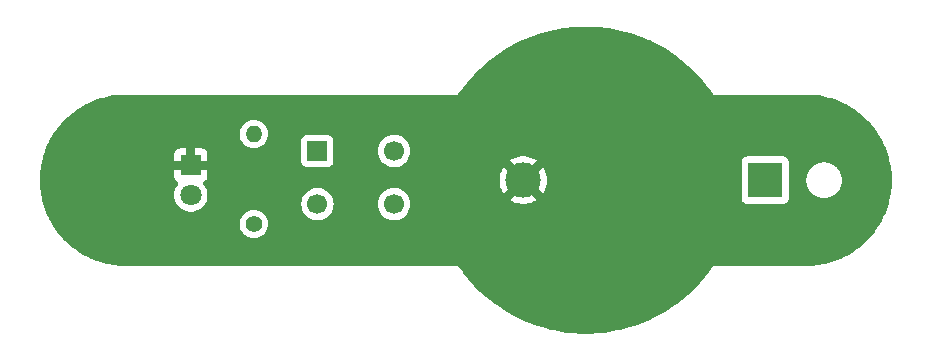
<source format=gbr>
%TF.GenerationSoftware,KiCad,Pcbnew,7.0.7*%
%TF.CreationDate,2023-12-09T08:55:25-03:00*%
%TF.ProjectId,led_torch,6c65645f-746f-4726-9368-2e6b69636164,A*%
%TF.SameCoordinates,Original*%
%TF.FileFunction,Copper,L1,Top*%
%TF.FilePolarity,Positive*%
%FSLAX46Y46*%
G04 Gerber Fmt 4.6, Leading zero omitted, Abs format (unit mm)*
G04 Created by KiCad (PCBNEW 7.0.7) date 2023-12-09 08:55:25*
%MOMM*%
%LPD*%
G01*
G04 APERTURE LIST*
%TA.AperFunction,ComponentPad*%
%ADD10R,1.700000X1.700000*%
%TD*%
%TA.AperFunction,ComponentPad*%
%ADD11C,1.700000*%
%TD*%
%TA.AperFunction,ComponentPad*%
%ADD12C,1.400000*%
%TD*%
%TA.AperFunction,ComponentPad*%
%ADD13O,1.400000X1.400000*%
%TD*%
%TA.AperFunction,ComponentPad*%
%ADD14R,1.800000X1.800000*%
%TD*%
%TA.AperFunction,ComponentPad*%
%ADD15C,1.800000*%
%TD*%
%TA.AperFunction,ComponentPad*%
%ADD16R,3.000000X3.000000*%
%TD*%
%TA.AperFunction,ComponentPad*%
%ADD17C,3.000000*%
%TD*%
G04 APERTURE END LIST*
D10*
%TO.P,SW1,1,1*%
%TO.N,/VCC*%
X130378676Y-101183148D03*
D11*
X136878676Y-101183148D03*
%TO.P,SW1,2,2*%
%TO.N,/SW*%
X130378676Y-105683148D03*
X136878676Y-105683148D03*
%TD*%
D12*
%TO.P,R1,1*%
%TO.N,/SW*%
X125003676Y-107368148D03*
D13*
%TO.P,R1,2*%
%TO.N,/ANODE*%
X125003676Y-99748148D03*
%TD*%
D14*
%TO.P,D1,1,K*%
%TO.N,/GND*%
X119653676Y-102383148D03*
D15*
%TO.P,D1,2,A*%
%TO.N,/ANODE*%
X119653676Y-104923148D03*
%TD*%
D16*
%TO.P,BT1,1,+*%
%TO.N,/VCC*%
X168303677Y-103658148D03*
D17*
%TO.P,BT1,2,-*%
%TO.N,/GND*%
X147813677Y-103658148D03*
%TD*%
%TA.AperFunction,Conductor*%
%TO.N,/GND*%
G36*
X153271835Y-90656550D02*
G01*
X153277108Y-90656693D01*
X153651513Y-90666905D01*
X153988376Y-90685800D01*
X154367063Y-90716803D01*
X154702120Y-90754491D01*
X155078803Y-90806081D01*
X155410939Y-90862406D01*
X155784550Y-90934465D01*
X156112670Y-91009205D01*
X156466879Y-91097749D01*
X156482205Y-91101580D01*
X156805127Y-91194417D01*
X156856346Y-91210225D01*
X157169641Y-91306925D01*
X157486134Y-91417429D01*
X157844688Y-91549857D01*
X158122525Y-91664679D01*
X158153718Y-91677570D01*
X158505366Y-91829664D01*
X158805658Y-91973933D01*
X159149663Y-92145504D01*
X159440002Y-92305571D01*
X159775547Y-92496385D01*
X160049306Y-92667952D01*
X160054824Y-92671410D01*
X160381164Y-92881269D01*
X160646732Y-93069182D01*
X160647946Y-93070041D01*
X160870308Y-93230779D01*
X160962302Y-93297279D01*
X160966910Y-93300773D01*
X161194778Y-93481963D01*
X161217438Y-93499981D01*
X161521912Y-93746364D01*
X161526486Y-93750248D01*
X161761168Y-93959324D01*
X161976042Y-94153463D01*
X162055937Y-94225649D01*
X162060417Y-94229902D01*
X162276614Y-94445379D01*
X162322931Y-94492047D01*
X162562696Y-94733630D01*
X162567083Y-94738279D01*
X162759976Y-94953350D01*
X163040725Y-95268839D01*
X163044976Y-95273874D01*
X163201663Y-95469585D01*
X163488508Y-95829588D01*
X163492593Y-95835007D01*
X163527466Y-95883944D01*
X163884975Y-96386467D01*
X163897134Y-96408380D01*
X163897898Y-96409303D01*
X163901739Y-96410048D01*
X163901740Y-96410050D01*
X163901741Y-96410049D01*
X163928294Y-96415206D01*
X163928757Y-96415012D01*
X163979598Y-96409843D01*
X171778676Y-96408648D01*
X172303236Y-96427818D01*
X172312430Y-96428490D01*
X172680570Y-96468997D01*
X172835435Y-96486446D01*
X172844200Y-96487747D01*
X173169626Y-96547856D01*
X173362242Y-96584302D01*
X173370665Y-96586197D01*
X173674259Y-96665566D01*
X173880352Y-96720789D01*
X173888429Y-96723246D01*
X174176429Y-96821498D01*
X174386973Y-96895170D01*
X174394632Y-96898134D01*
X174588979Y-96980723D01*
X174669281Y-97014848D01*
X174879273Y-97106466D01*
X174886490Y-97109890D01*
X175072528Y-97205539D01*
X175148376Y-97244536D01*
X175354619Y-97353538D01*
X175361390Y-97357388D01*
X175532046Y-97461538D01*
X175610274Y-97509280D01*
X175810420Y-97635041D01*
X175816725Y-97639271D01*
X176052059Y-97807638D01*
X176052489Y-97807955D01*
X176244181Y-97949430D01*
X176249949Y-97953952D01*
X176403042Y-98081357D01*
X176471113Y-98138006D01*
X176653499Y-98294962D01*
X176658774Y-98299768D01*
X176864984Y-98498579D01*
X177036170Y-98669765D01*
X177040935Y-98674799D01*
X177231416Y-98887388D01*
X177390111Y-99071795D01*
X177394353Y-99076997D01*
X177568330Y-99302305D01*
X177713378Y-99498838D01*
X177717078Y-99504129D01*
X177862845Y-99724457D01*
X177873833Y-99741065D01*
X178004200Y-99948543D01*
X178007402Y-99953930D01*
X178016357Y-99969885D01*
X178146205Y-100201250D01*
X178261036Y-100418523D01*
X178263735Y-100423938D01*
X178383943Y-100680364D01*
X178482451Y-100906147D01*
X178484659Y-100911544D01*
X178585723Y-101175785D01*
X178668171Y-101411406D01*
X178750431Y-101684828D01*
X178815112Y-101926221D01*
X178877145Y-102204698D01*
X178923642Y-102450441D01*
X178965161Y-102732553D01*
X178993177Y-102981203D01*
X179013987Y-103265530D01*
X179023345Y-103515619D01*
X179023345Y-103800680D01*
X179013987Y-104050769D01*
X178993177Y-104335096D01*
X178965161Y-104583746D01*
X178923642Y-104865858D01*
X178877145Y-105111601D01*
X178815112Y-105390078D01*
X178750431Y-105631471D01*
X178668171Y-105904893D01*
X178585723Y-106140514D01*
X178484659Y-106404754D01*
X178482451Y-106410151D01*
X178383943Y-106635935D01*
X178263735Y-106892360D01*
X178261036Y-106897775D01*
X178146205Y-107115049D01*
X178007404Y-107362364D01*
X178004201Y-107367755D01*
X177873833Y-107575234D01*
X177717099Y-107812139D01*
X177713379Y-107817460D01*
X177568330Y-108013994D01*
X177394352Y-108239301D01*
X177390111Y-108244503D01*
X177231416Y-108428911D01*
X177040935Y-108641499D01*
X177036170Y-108646533D01*
X176864984Y-108817720D01*
X176658774Y-109016530D01*
X176653488Y-109021346D01*
X176471120Y-109178287D01*
X176249969Y-109362330D01*
X176244167Y-109366878D01*
X176052059Y-109508661D01*
X175816725Y-109677027D01*
X175810421Y-109681257D01*
X175610274Y-109807019D01*
X175361410Y-109958898D01*
X175354619Y-109962760D01*
X175148376Y-110071762D01*
X174886516Y-110206395D01*
X174879259Y-110209839D01*
X174669281Y-110301451D01*
X174394651Y-110418156D01*
X174386955Y-110421135D01*
X174176436Y-110494799D01*
X173888437Y-110593049D01*
X173880331Y-110595515D01*
X173674179Y-110650753D01*
X173370709Y-110730091D01*
X173362228Y-110731999D01*
X173169429Y-110768479D01*
X172844221Y-110828547D01*
X172835405Y-110829856D01*
X172680535Y-110847306D01*
X172312453Y-110887807D01*
X172303234Y-110888481D01*
X171778775Y-110907648D01*
X163979270Y-110906451D01*
X163940423Y-110898717D01*
X163898292Y-110906917D01*
X163896387Y-110909235D01*
X163884935Y-110929887D01*
X163529411Y-111429621D01*
X163492559Y-111481332D01*
X163488476Y-111486748D01*
X163202416Y-111845768D01*
X163044941Y-112042462D01*
X163040690Y-112047497D01*
X162760477Y-112362384D01*
X162567054Y-112578047D01*
X162562666Y-112582697D01*
X162276960Y-112870570D01*
X162060374Y-113086434D01*
X162055880Y-113090699D01*
X161761486Y-113356689D01*
X161526428Y-113566095D01*
X161521856Y-113569978D01*
X161217698Y-113816107D01*
X160966887Y-114015540D01*
X160962264Y-114019046D01*
X160648159Y-114246103D01*
X160381104Y-114435068D01*
X160055008Y-114644770D01*
X159775492Y-114819944D01*
X159440223Y-115010601D01*
X159149582Y-115170835D01*
X158805845Y-115342271D01*
X158505313Y-115486657D01*
X158153849Y-115638671D01*
X157844628Y-115766463D01*
X157486311Y-115898804D01*
X157169542Y-116009403D01*
X156805270Y-116121837D01*
X156482124Y-116214739D01*
X156112836Y-116307052D01*
X155784453Y-116381852D01*
X155411110Y-116453859D01*
X155078696Y-116510232D01*
X154702271Y-116561787D01*
X154366938Y-116599505D01*
X153988508Y-116630488D01*
X153651388Y-116649397D01*
X153271945Y-116659745D01*
X152934255Y-116659765D01*
X152554795Y-116649458D01*
X152217690Y-116630587D01*
X151839249Y-116599646D01*
X151503907Y-116561965D01*
X151127486Y-116510454D01*
X150795075Y-116454120D01*
X150421685Y-116382147D01*
X150093352Y-116307396D01*
X149724013Y-116215115D01*
X149400861Y-116122251D01*
X149036583Y-116009860D01*
X148719802Y-115899296D01*
X148361469Y-115766994D01*
X148052215Y-115639230D01*
X147700758Y-115487265D01*
X147400173Y-115342896D01*
X147056461Y-115171519D01*
X146852106Y-115058887D01*
X146765731Y-115011280D01*
X146764537Y-115010601D01*
X146430500Y-114820693D01*
X146429304Y-114819944D01*
X146150950Y-114645540D01*
X145824843Y-114435883D01*
X145557735Y-114246925D01*
X145243648Y-114019935D01*
X145239024Y-114016429D01*
X144988176Y-113817012D01*
X144683983Y-113570914D01*
X144679409Y-113567030D01*
X144444339Y-113357657D01*
X144149927Y-113091712D01*
X144145432Y-113087448D01*
X143928728Y-112871513D01*
X143643075Y-112583759D01*
X143638687Y-112579110D01*
X143637733Y-112578047D01*
X143445147Y-112363365D01*
X143164993Y-112048616D01*
X143160742Y-112043582D01*
X143120682Y-111993557D01*
X143003191Y-111846838D01*
X142856561Y-111662854D01*
X142717139Y-111487912D01*
X142713054Y-111482494D01*
X142676006Y-111430518D01*
X142320956Y-110931570D01*
X142309350Y-110910537D01*
X142307398Y-110908159D01*
X142277388Y-110902257D01*
X142276374Y-110902680D01*
X142226482Y-110907648D01*
X114128676Y-110907648D01*
X113604118Y-110888476D01*
X113594900Y-110887802D01*
X113223775Y-110846966D01*
X113072056Y-110829871D01*
X113063240Y-110828562D01*
X112735951Y-110768109D01*
X112545255Y-110732027D01*
X112536774Y-110730119D01*
X112231864Y-110650405D01*
X112027126Y-110595546D01*
X112019020Y-110593080D01*
X111729983Y-110494474D01*
X111650091Y-110466518D01*
X111520498Y-110421172D01*
X111512820Y-110418200D01*
X111237340Y-110301134D01*
X111028202Y-110209887D01*
X111020946Y-110206443D01*
X110758377Y-110071448D01*
X110552841Y-109962817D01*
X110546050Y-109958956D01*
X110296577Y-109806705D01*
X110097044Y-109681330D01*
X110090749Y-109677106D01*
X109854863Y-109508344D01*
X109663296Y-109366960D01*
X109657495Y-109362412D01*
X109435874Y-109177977D01*
X109253970Y-109021436D01*
X109248684Y-109016620D01*
X109042050Y-108817401D01*
X108871291Y-108646642D01*
X108866538Y-108641622D01*
X108720231Y-108478333D01*
X108675669Y-108428599D01*
X108661242Y-108411834D01*
X108517323Y-108244598D01*
X108513141Y-108239469D01*
X108338800Y-108013690D01*
X108310025Y-107974702D01*
X108194055Y-107817567D01*
X108190374Y-107812303D01*
X108083224Y-107650346D01*
X108033343Y-107574949D01*
X107983343Y-107495376D01*
X107903403Y-107368151D01*
X123790560Y-107368151D01*
X123808988Y-107578793D01*
X123808990Y-107578803D01*
X123863719Y-107783057D01*
X123953084Y-107974702D01*
X123953087Y-107974706D01*
X124074375Y-108147924D01*
X124223900Y-108297449D01*
X124397118Y-108418737D01*
X124397121Y-108418739D01*
X124505042Y-108469063D01*
X124588766Y-108508104D01*
X124793021Y-108562834D01*
X124793028Y-108562834D01*
X124793030Y-108562835D01*
X125003673Y-108581264D01*
X125003676Y-108581264D01*
X125003679Y-108581264D01*
X125214321Y-108562835D01*
X125214322Y-108562834D01*
X125214331Y-108562834D01*
X125418586Y-108508104D01*
X125610234Y-108418737D01*
X125783452Y-108297449D01*
X125932977Y-108147924D01*
X126054265Y-107974706D01*
X126143632Y-107783058D01*
X126198362Y-107578803D01*
X126216792Y-107368148D01*
X126216766Y-107367854D01*
X126198363Y-107157502D01*
X126198362Y-107157500D01*
X126198362Y-107157493D01*
X126143632Y-106953238D01*
X126133490Y-106931488D01*
X126054267Y-106761593D01*
X126001369Y-106686047D01*
X125932977Y-106588372D01*
X125783452Y-106438847D01*
X125610234Y-106317559D01*
X125610230Y-106317556D01*
X125418584Y-106228191D01*
X125418585Y-106228191D01*
X125214331Y-106173462D01*
X125214321Y-106173460D01*
X125003679Y-106155032D01*
X125003673Y-106155032D01*
X124793030Y-106173460D01*
X124793020Y-106173462D01*
X124588766Y-106228191D01*
X124397121Y-106317556D01*
X124223898Y-106438848D01*
X124074376Y-106588370D01*
X123953084Y-106761593D01*
X123863719Y-106953238D01*
X123808990Y-107157492D01*
X123808988Y-107157502D01*
X123790560Y-107368144D01*
X123790560Y-107368151D01*
X107903403Y-107368151D01*
X107903216Y-107367854D01*
X107900039Y-107362508D01*
X107784979Y-107157493D01*
X107761000Y-107114766D01*
X107691266Y-106982823D01*
X107646390Y-106897915D01*
X107643697Y-106892509D01*
X107523289Y-106635655D01*
X107502659Y-106588370D01*
X107424973Y-106410312D01*
X107422769Y-106404924D01*
X107394743Y-106331648D01*
X107321534Y-106140236D01*
X107309674Y-106106342D01*
X107239243Y-105905060D01*
X107156854Y-105631209D01*
X107147372Y-105595823D01*
X107092292Y-105390260D01*
X107030162Y-105111354D01*
X106994552Y-104923148D01*
X118240349Y-104923148D01*
X118242262Y-104946231D01*
X118259624Y-105155771D01*
X118259625Y-105155777D01*
X118315966Y-105378262D01*
X118316927Y-105382055D01*
X118410692Y-105595817D01*
X118410695Y-105595823D01*
X118467747Y-105683147D01*
X118538362Y-105791231D01*
X118696456Y-105962966D01*
X118696460Y-105962969D01*
X118696462Y-105962971D01*
X118880657Y-106106337D01*
X118880666Y-106106342D01*
X118943323Y-106140250D01*
X119085949Y-106217435D01*
X119306725Y-106293228D01*
X119306729Y-106293228D01*
X119306730Y-106293229D01*
X119536960Y-106331648D01*
X119536964Y-106331648D01*
X119770391Y-106331648D01*
X120000621Y-106293229D01*
X120000620Y-106293229D01*
X120000627Y-106293228D01*
X120221403Y-106217435D01*
X120426693Y-106106338D01*
X120610896Y-105962966D01*
X120768990Y-105791231D01*
X120839605Y-105683147D01*
X129015520Y-105683147D01*
X129034111Y-105907513D01*
X129034112Y-105907518D01*
X129089379Y-106125760D01*
X129089382Y-106125768D01*
X129179814Y-106331937D01*
X129302954Y-106520417D01*
X129455429Y-106686047D01*
X129455431Y-106686049D01*
X129455436Y-106686054D01*
X129633100Y-106824337D01*
X129831102Y-106931490D01*
X130044041Y-107004592D01*
X130265294Y-107041512D01*
X130266101Y-107041647D01*
X130266104Y-107041648D01*
X130266107Y-107041648D01*
X130491248Y-107041648D01*
X130491249Y-107041647D01*
X130713311Y-107004592D01*
X130926250Y-106931490D01*
X131124252Y-106824337D01*
X131301916Y-106686054D01*
X131454398Y-106520416D01*
X131577536Y-106331939D01*
X131667972Y-106125764D01*
X131723240Y-105907516D01*
X131741832Y-105683148D01*
X131741832Y-105683147D01*
X135515520Y-105683147D01*
X135534111Y-105907513D01*
X135534112Y-105907518D01*
X135589379Y-106125760D01*
X135589382Y-106125768D01*
X135679814Y-106331937D01*
X135802954Y-106520417D01*
X135955429Y-106686047D01*
X135955431Y-106686049D01*
X135955436Y-106686054D01*
X136133100Y-106824337D01*
X136331102Y-106931490D01*
X136544041Y-107004592D01*
X136765294Y-107041512D01*
X136766101Y-107041647D01*
X136766104Y-107041648D01*
X136766107Y-107041648D01*
X136991248Y-107041648D01*
X136991249Y-107041647D01*
X137213311Y-107004592D01*
X137426250Y-106931490D01*
X137624252Y-106824337D01*
X137801916Y-106686054D01*
X137954398Y-106520416D01*
X138077536Y-106331939D01*
X138167972Y-106125764D01*
X138223240Y-105907516D01*
X138241832Y-105683148D01*
X138223240Y-105458780D01*
X138167972Y-105240532D01*
X138094995Y-105074160D01*
X138077537Y-105034358D01*
X137954397Y-104845878D01*
X137801922Y-104680248D01*
X137801919Y-104680245D01*
X137801916Y-104680242D01*
X137624252Y-104541959D01*
X137426250Y-104434806D01*
X137213311Y-104361704D01*
X137213310Y-104361703D01*
X137213308Y-104361703D01*
X136991249Y-104324648D01*
X136991245Y-104324648D01*
X136766107Y-104324648D01*
X136766103Y-104324648D01*
X136544043Y-104361703D01*
X136502092Y-104376105D01*
X136331102Y-104434806D01*
X136331100Y-104434806D01*
X136331100Y-104434807D01*
X136133099Y-104541959D01*
X135955437Y-104680241D01*
X135955429Y-104680248D01*
X135802954Y-104845878D01*
X135679814Y-105034358D01*
X135589382Y-105240527D01*
X135589379Y-105240535D01*
X135534112Y-105458777D01*
X135534111Y-105458782D01*
X135515520Y-105683147D01*
X131741832Y-105683147D01*
X131723240Y-105458780D01*
X131667972Y-105240532D01*
X131594995Y-105074160D01*
X131577537Y-105034358D01*
X131454397Y-104845878D01*
X131301922Y-104680248D01*
X131301919Y-104680245D01*
X131301916Y-104680242D01*
X131124252Y-104541959D01*
X130926250Y-104434806D01*
X130713311Y-104361704D01*
X130713310Y-104361703D01*
X130713308Y-104361703D01*
X130491249Y-104324648D01*
X130491245Y-104324648D01*
X130266107Y-104324648D01*
X130266103Y-104324648D01*
X130044043Y-104361703D01*
X130002092Y-104376105D01*
X129831102Y-104434806D01*
X129831100Y-104434806D01*
X129831100Y-104434807D01*
X129633099Y-104541959D01*
X129455437Y-104680241D01*
X129455429Y-104680248D01*
X129302954Y-104845878D01*
X129179814Y-105034358D01*
X129089382Y-105240527D01*
X129089379Y-105240535D01*
X129034112Y-105458777D01*
X129034111Y-105458782D01*
X129015520Y-105683147D01*
X120839605Y-105683147D01*
X120896660Y-105595817D01*
X120990425Y-105382055D01*
X121047727Y-105155774D01*
X121067003Y-104923148D01*
X121066698Y-104919472D01*
X121053597Y-104761366D01*
X121047727Y-104690522D01*
X120990425Y-104464241D01*
X120896660Y-104250479D01*
X120768990Y-104055065D01*
X120768989Y-104055064D01*
X120767819Y-104053273D01*
X120730987Y-103961687D01*
X120732007Y-103862976D01*
X120770724Y-103772170D01*
X120828005Y-103712358D01*
X120900417Y-103658151D01*
X145800985Y-103658151D01*
X145819731Y-103932213D01*
X145819731Y-103932216D01*
X145875619Y-104201160D01*
X145875620Y-104201165D01*
X145967611Y-104460002D01*
X146093994Y-104703909D01*
X146149899Y-104783109D01*
X146840730Y-104092278D01*
X146922809Y-104037435D01*
X147019628Y-104018176D01*
X147116447Y-104037434D01*
X147198526Y-104092278D01*
X147222560Y-104120088D01*
X147264433Y-104176333D01*
X147325511Y-104227584D01*
X147362793Y-104258868D01*
X147424581Y-104335855D01*
X147452203Y-104430627D01*
X147441456Y-104528756D01*
X147393974Y-104615303D01*
X147379064Y-104631574D01*
X146687313Y-105323325D01*
X146887703Y-105445184D01*
X146887707Y-105445186D01*
X147139651Y-105554623D01*
X147139669Y-105554629D01*
X147404181Y-105628742D01*
X147404183Y-105628743D01*
X147676330Y-105666147D01*
X147676332Y-105666148D01*
X147951022Y-105666148D01*
X147951023Y-105666147D01*
X148223170Y-105628743D01*
X148223172Y-105628742D01*
X148487684Y-105554629D01*
X148487702Y-105554623D01*
X148739648Y-105445186D01*
X148940039Y-105323325D01*
X148823496Y-105206782D01*
X166295177Y-105206782D01*
X166295178Y-105206802D01*
X166301686Y-105267344D01*
X166301688Y-105267349D01*
X166352788Y-105404352D01*
X166352789Y-105404353D01*
X166352790Y-105404356D01*
X166440414Y-105521407D01*
X166440417Y-105521410D01*
X166557468Y-105609034D01*
X166557469Y-105609034D01*
X166557473Y-105609037D01*
X166694476Y-105660137D01*
X166694479Y-105660137D01*
X166694481Y-105660138D01*
X166694479Y-105660138D01*
X166742742Y-105665326D01*
X166755039Y-105666648D01*
X166755042Y-105666648D01*
X169852312Y-105666648D01*
X169852315Y-105666648D01*
X169875156Y-105664192D01*
X169912873Y-105660138D01*
X169912874Y-105660137D01*
X169912878Y-105660137D01*
X170049881Y-105609037D01*
X170166938Y-105521409D01*
X170254566Y-105404352D01*
X170305666Y-105267349D01*
X170312177Y-105206786D01*
X170312177Y-103693180D01*
X171766375Y-103693180D01*
X171777787Y-103761560D01*
X171781238Y-103803206D01*
X171781238Y-103865359D01*
X171793308Y-103904411D01*
X171793823Y-103907496D01*
X171792767Y-103941610D01*
X171815280Y-104007189D01*
X171825537Y-104047692D01*
X171835771Y-104109021D01*
X171854127Y-104145614D01*
X171855142Y-104148573D01*
X171859696Y-104182332D01*
X171892682Y-104243284D01*
X171909467Y-104281550D01*
X171929648Y-104340335D01*
X171953740Y-104373347D01*
X171955233Y-104376105D01*
X171965316Y-104408722D01*
X172007900Y-104463435D01*
X172030753Y-104498413D01*
X172060340Y-104553084D01*
X172089532Y-104581675D01*
X172091451Y-104584140D01*
X172106759Y-104614643D01*
X172157763Y-104661597D01*
X172186062Y-104692338D01*
X172224246Y-104741398D01*
X172257734Y-104764783D01*
X172258927Y-104765881D01*
X172258932Y-104765886D01*
X172258936Y-104765889D01*
X172260038Y-104766903D01*
X172280182Y-104794496D01*
X172338207Y-104832406D01*
X172371185Y-104858074D01*
X172416922Y-104900179D01*
X172453838Y-104917754D01*
X172456468Y-104919472D01*
X172480854Y-104943356D01*
X172544332Y-104971199D01*
X172581087Y-104991089D01*
X172633117Y-105025082D01*
X172672412Y-105036338D01*
X172673862Y-105036974D01*
X172673866Y-105036976D01*
X172673869Y-105036977D01*
X172675276Y-105037594D01*
X172703261Y-105057139D01*
X172770477Y-105074160D01*
X172809997Y-105087726D01*
X172866921Y-105112694D01*
X172907502Y-105117324D01*
X172909059Y-105117718D01*
X172909062Y-105117719D01*
X172909064Y-105117719D01*
X172910537Y-105118092D01*
X172941366Y-105132763D01*
X173010460Y-105138490D01*
X173051674Y-105145368D01*
X173111952Y-105160632D01*
X173152805Y-105158521D01*
X173155928Y-105158780D01*
X173188717Y-105168176D01*
X173257781Y-105162452D01*
X173299576Y-105162452D01*
X173361496Y-105167584D01*
X173401409Y-105158781D01*
X173404530Y-105158522D01*
X173438456Y-105162390D01*
X173505679Y-105145368D01*
X173546890Y-105138490D01*
X173608849Y-105133354D01*
X173646776Y-105118102D01*
X173648285Y-105117719D01*
X173648290Y-105117719D01*
X173648294Y-105117717D01*
X173649809Y-105117334D01*
X173683868Y-105115573D01*
X173747355Y-105087726D01*
X173786875Y-105074160D01*
X173847146Y-105058897D01*
X173882054Y-105037604D01*
X173884915Y-105036349D01*
X173918235Y-105029001D01*
X173976259Y-104991092D01*
X174013015Y-104971200D01*
X174069939Y-104946231D01*
X174100890Y-104919467D01*
X174102177Y-104918626D01*
X174102185Y-104918622D01*
X174102192Y-104918616D01*
X174103514Y-104917753D01*
X174135159Y-104905029D01*
X174186162Y-104858076D01*
X174219142Y-104832406D01*
X174271175Y-104798410D01*
X174297288Y-104766927D01*
X174298413Y-104765890D01*
X174298420Y-104765886D01*
X174298425Y-104765880D01*
X174299587Y-104764811D01*
X174328699Y-104747056D01*
X174371288Y-104692338D01*
X174399587Y-104661596D01*
X174445320Y-104619494D01*
X174465858Y-104584194D01*
X174466834Y-104582939D01*
X174466840Y-104582933D01*
X174466844Y-104582925D01*
X174467772Y-104581734D01*
X174493597Y-104559390D01*
X174526596Y-104498415D01*
X174549451Y-104463433D01*
X174587636Y-104414373D01*
X174602112Y-104376115D01*
X174602843Y-104374762D01*
X174602849Y-104374755D01*
X174602852Y-104374746D01*
X174603601Y-104373364D01*
X174625376Y-104347112D01*
X174647882Y-104281554D01*
X174664668Y-104243285D01*
X174694246Y-104188630D01*
X174702212Y-104148562D01*
X174702733Y-104147040D01*
X174702739Y-104147029D01*
X174702742Y-104147016D01*
X174703224Y-104145612D01*
X174720400Y-104116081D01*
X174731812Y-104047698D01*
X174742070Y-104007192D01*
X174762260Y-103948380D01*
X174763251Y-103916427D01*
X174762920Y-103916400D01*
X174763451Y-103909979D01*
X174763529Y-103907498D01*
X174763784Y-103905968D01*
X174767346Y-103862976D01*
X174771557Y-103812151D01*
X174772847Y-103801801D01*
X174776114Y-103782229D01*
X174776114Y-103782225D01*
X174789796Y-103700238D01*
X174784319Y-103659705D01*
X174784319Y-103656588D01*
X174790975Y-103623120D01*
X174772850Y-103514505D01*
X174771556Y-103504123D01*
X174763784Y-103410325D01*
X174763527Y-103408785D01*
X174763562Y-103407641D01*
X174762920Y-103399897D01*
X174763804Y-103399823D01*
X174764584Y-103374686D01*
X174742071Y-103309108D01*
X174731814Y-103268603D01*
X174721582Y-103207288D01*
X174703249Y-103170753D01*
X174702235Y-103167800D01*
X174697660Y-103133973D01*
X174664667Y-103073008D01*
X174647881Y-103034738D01*
X174627698Y-102975946D01*
X174603562Y-102942859D01*
X174602072Y-102940104D01*
X174592025Y-102907561D01*
X174549452Y-102852863D01*
X174526599Y-102817883D01*
X174497008Y-102763204D01*
X174467769Y-102734557D01*
X174465852Y-102732093D01*
X174450581Y-102701643D01*
X174399584Y-102654694D01*
X174371288Y-102623956D01*
X174333096Y-102574887D01*
X174299572Y-102551470D01*
X174297268Y-102549349D01*
X174277160Y-102521792D01*
X174219141Y-102483886D01*
X174186165Y-102458220D01*
X174140430Y-102416117D01*
X174103492Y-102398528D01*
X174100861Y-102396809D01*
X174076489Y-102372934D01*
X174013015Y-102345093D01*
X173976262Y-102325203D01*
X173924244Y-102291217D01*
X173884953Y-102279963D01*
X173882084Y-102278705D01*
X173854087Y-102259155D01*
X173786873Y-102242134D01*
X173747355Y-102228568D01*
X173690422Y-102203596D01*
X173649757Y-102198948D01*
X173646719Y-102198178D01*
X173615961Y-102183525D01*
X173546885Y-102177802D01*
X173505669Y-102170924D01*
X173445404Y-102155663D01*
X173404516Y-102157773D01*
X173401398Y-102157514D01*
X173368645Y-102148123D01*
X173299568Y-102153847D01*
X173257784Y-102153847D01*
X173195844Y-102148714D01*
X173155946Y-102157514D01*
X173152827Y-102157773D01*
X173118892Y-102153904D01*
X173051683Y-102170924D01*
X173010471Y-102177801D01*
X172948533Y-102182933D01*
X172910650Y-102198174D01*
X172907609Y-102198945D01*
X172873485Y-102200719D01*
X172809992Y-102228569D01*
X172770476Y-102242135D01*
X172710205Y-102257397D01*
X172675284Y-102278697D01*
X172672411Y-102279957D01*
X172639106Y-102287298D01*
X172581087Y-102325204D01*
X172544337Y-102345092D01*
X172487422Y-102370056D01*
X172456476Y-102396818D01*
X172453840Y-102398540D01*
X172422185Y-102411268D01*
X172371183Y-102458221D01*
X172338208Y-102483888D01*
X172286190Y-102517873D01*
X172260098Y-102549336D01*
X172257790Y-102551461D01*
X172228649Y-102569238D01*
X172186061Y-102623956D01*
X172157766Y-102654694D01*
X172112036Y-102696793D01*
X172091488Y-102732107D01*
X172089566Y-102734577D01*
X172063749Y-102756910D01*
X172030752Y-102817883D01*
X172007899Y-102852862D01*
X171969716Y-102901919D01*
X171955240Y-102940177D01*
X171953745Y-102942939D01*
X171931973Y-102969186D01*
X171909467Y-103034743D01*
X171892683Y-103073008D01*
X171863100Y-103127671D01*
X171855120Y-103167789D01*
X171854103Y-103170751D01*
X171836946Y-103200228D01*
X171825536Y-103268603D01*
X171815279Y-103309104D01*
X171795094Y-103367901D01*
X171793829Y-103408756D01*
X171793314Y-103411844D01*
X171781238Y-103443771D01*
X171781238Y-103513091D01*
X171777787Y-103554735D01*
X171767554Y-103616050D01*
X171773033Y-103656583D01*
X171773033Y-103659711D01*
X171766375Y-103693180D01*
X170312177Y-103693180D01*
X170312177Y-102109510D01*
X170309198Y-102081802D01*
X170305667Y-102048951D01*
X170298336Y-102029295D01*
X170254566Y-101911944D01*
X170254563Y-101911940D01*
X170254563Y-101911939D01*
X170166939Y-101794888D01*
X170166936Y-101794885D01*
X170049885Y-101707261D01*
X170049882Y-101707260D01*
X170049881Y-101707259D01*
X169912878Y-101656159D01*
X169912877Y-101656158D01*
X169912872Y-101656157D01*
X169912874Y-101656157D01*
X169852331Y-101649649D01*
X169852317Y-101649648D01*
X169852315Y-101649648D01*
X166755039Y-101649648D01*
X166755036Y-101649648D01*
X166755022Y-101649649D01*
X166694480Y-101656157D01*
X166557468Y-101707261D01*
X166440417Y-101794885D01*
X166440414Y-101794888D01*
X166352790Y-101911939D01*
X166301686Y-102048951D01*
X166295178Y-102109493D01*
X166295177Y-102109513D01*
X166295177Y-105206782D01*
X148823496Y-105206782D01*
X148249770Y-104633056D01*
X148194926Y-104550977D01*
X148175668Y-104454158D01*
X148194926Y-104357339D01*
X148249770Y-104275260D01*
X148289643Y-104242779D01*
X148299050Y-104236593D01*
X148332475Y-104201165D01*
X148427055Y-104100915D01*
X148507504Y-104043707D01*
X148603721Y-104021640D01*
X148701059Y-104038074D01*
X148784699Y-104090507D01*
X148789979Y-104095635D01*
X149477454Y-104783110D01*
X149533354Y-104703918D01*
X149533357Y-104703912D01*
X149659742Y-104460002D01*
X149751733Y-104201165D01*
X149751734Y-104201160D01*
X149807622Y-103932216D01*
X149807622Y-103932213D01*
X149826369Y-103658151D01*
X149826369Y-103658144D01*
X149807622Y-103384082D01*
X149807622Y-103384079D01*
X149751734Y-103115135D01*
X149751733Y-103115130D01*
X149659742Y-102856293D01*
X149533358Y-102612384D01*
X149533355Y-102612377D01*
X149477455Y-102533185D01*
X149477453Y-102533185D01*
X148786622Y-103224016D01*
X148704543Y-103278860D01*
X148607724Y-103298118D01*
X148510905Y-103278859D01*
X148428826Y-103224016D01*
X148404789Y-103196202D01*
X148362921Y-103139963D01*
X148362920Y-103139962D01*
X148264559Y-103057426D01*
X148202771Y-102980439D01*
X148175149Y-102885666D01*
X148185896Y-102787537D01*
X148233378Y-102700991D01*
X148248288Y-102684720D01*
X148940038Y-101992970D01*
X148739643Y-101871107D01*
X148487702Y-101761672D01*
X148487684Y-101761666D01*
X148223172Y-101687553D01*
X148223170Y-101687552D01*
X147951023Y-101650148D01*
X147676331Y-101650148D01*
X147404183Y-101687552D01*
X147404181Y-101687553D01*
X147139669Y-101761666D01*
X147139651Y-101761672D01*
X146887710Y-101871107D01*
X146687314Y-101992970D01*
X147377583Y-102683239D01*
X147432427Y-102765318D01*
X147451685Y-102862137D01*
X147432427Y-102958956D01*
X147377583Y-103041035D01*
X147337717Y-103073512D01*
X147328301Y-103079705D01*
X147328299Y-103079706D01*
X147200297Y-103215381D01*
X147119848Y-103272589D01*
X147023630Y-103294655D01*
X146926292Y-103278220D01*
X146842653Y-103225787D01*
X146837374Y-103220660D01*
X146149899Y-102533185D01*
X146093995Y-102612384D01*
X146093991Y-102612390D01*
X145967611Y-102856293D01*
X145875620Y-103115130D01*
X145875619Y-103115135D01*
X145819731Y-103384079D01*
X145819731Y-103384082D01*
X145800985Y-103658144D01*
X145800985Y-103658151D01*
X120900417Y-103658151D01*
X120916579Y-103646052D01*
X120916581Y-103646050D01*
X121004120Y-103529113D01*
X121004123Y-103529107D01*
X121055170Y-103392244D01*
X121055172Y-103392237D01*
X121061675Y-103331753D01*
X121061676Y-103331735D01*
X121061676Y-102764148D01*
X120345540Y-102764148D01*
X120248721Y-102744890D01*
X120166642Y-102690046D01*
X120111798Y-102607967D01*
X120092540Y-102511148D01*
X120098883Y-102454852D01*
X120107485Y-102417160D01*
X120107485Y-102417159D01*
X120107486Y-102417156D01*
X120097349Y-102281883D01*
X120097348Y-102281882D01*
X120096762Y-102274053D01*
X120108732Y-102176066D01*
X120157289Y-102090118D01*
X120167945Y-102081782D01*
X129020176Y-102081782D01*
X129020177Y-102081802D01*
X129026685Y-102142344D01*
X129030997Y-102153904D01*
X129077787Y-102279352D01*
X129077788Y-102279353D01*
X129077789Y-102279356D01*
X129165413Y-102396407D01*
X129165416Y-102396410D01*
X129282467Y-102484034D01*
X129282468Y-102484034D01*
X129282472Y-102484037D01*
X129419475Y-102535137D01*
X129419478Y-102535137D01*
X129419480Y-102535138D01*
X129419478Y-102535138D01*
X129467741Y-102540326D01*
X129480038Y-102541648D01*
X129480041Y-102541648D01*
X131277311Y-102541648D01*
X131277314Y-102541648D01*
X131300155Y-102539192D01*
X131337872Y-102535138D01*
X131337873Y-102535137D01*
X131337877Y-102535137D01*
X131474880Y-102484037D01*
X131591937Y-102396409D01*
X131679565Y-102279352D01*
X131730665Y-102142349D01*
X131734196Y-102109510D01*
X131737174Y-102081802D01*
X131737176Y-102081782D01*
X131737176Y-101183147D01*
X135515520Y-101183147D01*
X135534111Y-101407513D01*
X135534112Y-101407518D01*
X135540960Y-101434560D01*
X135589380Y-101625764D01*
X135602712Y-101656159D01*
X135679814Y-101831937D01*
X135802954Y-102020417D01*
X135955429Y-102186047D01*
X135955431Y-102186049D01*
X135955436Y-102186054D01*
X136133100Y-102324337D01*
X136331102Y-102431490D01*
X136544041Y-102504592D01*
X136765294Y-102541512D01*
X136766101Y-102541647D01*
X136766104Y-102541648D01*
X136766107Y-102541648D01*
X136991248Y-102541648D01*
X136991249Y-102541647D01*
X137213311Y-102504592D01*
X137426250Y-102431490D01*
X137624252Y-102324337D01*
X137801916Y-102186054D01*
X137954398Y-102020416D01*
X138077536Y-101831939D01*
X138167972Y-101625764D01*
X138223240Y-101407516D01*
X138241832Y-101183148D01*
X138223240Y-100958780D01*
X138167972Y-100740532D01*
X138096931Y-100578574D01*
X138077537Y-100534358D01*
X137954397Y-100345878D01*
X137801922Y-100180248D01*
X137801919Y-100180245D01*
X137801916Y-100180242D01*
X137624252Y-100041959D01*
X137426250Y-99934806D01*
X137213311Y-99861704D01*
X137213310Y-99861703D01*
X137213308Y-99861703D01*
X136991249Y-99824648D01*
X136991245Y-99824648D01*
X136766107Y-99824648D01*
X136766103Y-99824648D01*
X136544043Y-99861703D01*
X136486112Y-99881591D01*
X136331102Y-99934806D01*
X136331100Y-99934806D01*
X136331100Y-99934807D01*
X136133099Y-100041959D01*
X135955437Y-100180241D01*
X135955429Y-100180248D01*
X135802954Y-100345878D01*
X135679814Y-100534358D01*
X135589382Y-100740527D01*
X135589379Y-100740535D01*
X135534112Y-100958777D01*
X135534111Y-100958782D01*
X135515520Y-101183147D01*
X131737176Y-101183147D01*
X131737176Y-100284513D01*
X131737174Y-100284493D01*
X131730666Y-100223951D01*
X131722199Y-100201250D01*
X131679565Y-100086944D01*
X131679562Y-100086940D01*
X131679562Y-100086939D01*
X131591938Y-99969888D01*
X131591935Y-99969885D01*
X131474884Y-99882261D01*
X131474881Y-99882260D01*
X131474880Y-99882259D01*
X131337877Y-99831159D01*
X131337876Y-99831158D01*
X131337871Y-99831157D01*
X131337873Y-99831157D01*
X131277330Y-99824649D01*
X131277316Y-99824648D01*
X131277314Y-99824648D01*
X129480038Y-99824648D01*
X129480035Y-99824648D01*
X129480021Y-99824649D01*
X129419479Y-99831157D01*
X129311243Y-99871527D01*
X129284253Y-99881595D01*
X129282467Y-99882261D01*
X129165416Y-99969885D01*
X129165413Y-99969888D01*
X129077789Y-100086939D01*
X129026685Y-100223951D01*
X129020177Y-100284493D01*
X129020176Y-100284513D01*
X129020176Y-102081782D01*
X120167945Y-102081782D01*
X120235040Y-102029295D01*
X120330150Y-102002855D01*
X120349055Y-102002148D01*
X121061676Y-102002148D01*
X121061676Y-101434560D01*
X121061675Y-101434542D01*
X121055172Y-101374058D01*
X121055170Y-101374051D01*
X121004123Y-101237188D01*
X121004120Y-101237182D01*
X120916581Y-101120245D01*
X120916578Y-101120242D01*
X120799641Y-101032703D01*
X120799635Y-101032700D01*
X120662772Y-100981653D01*
X120662765Y-100981651D01*
X120602281Y-100975148D01*
X120034676Y-100975148D01*
X120034676Y-101686946D01*
X120015418Y-101783765D01*
X119960574Y-101865844D01*
X119878495Y-101920688D01*
X119781676Y-101939946D01*
X119740581Y-101933756D01*
X119740247Y-101935974D01*
X119721506Y-101933149D01*
X119721503Y-101933148D01*
X119619952Y-101933148D01*
X119619950Y-101933148D01*
X119563383Y-101941674D01*
X119464775Y-101937061D01*
X119375439Y-101895063D01*
X119308975Y-101822074D01*
X119275502Y-101729207D01*
X119272676Y-101691500D01*
X119272676Y-100975148D01*
X118705070Y-100975148D01*
X118644586Y-100981651D01*
X118644579Y-100981653D01*
X118507716Y-101032700D01*
X118507710Y-101032703D01*
X118390773Y-101120242D01*
X118390770Y-101120245D01*
X118303231Y-101237182D01*
X118303228Y-101237188D01*
X118252181Y-101374051D01*
X118252179Y-101374058D01*
X118245676Y-101434542D01*
X118245676Y-102002148D01*
X118961812Y-102002148D01*
X119058631Y-102021406D01*
X119140710Y-102076250D01*
X119195554Y-102158329D01*
X119214812Y-102255148D01*
X119208469Y-102311444D01*
X119199866Y-102349135D01*
X119199866Y-102349136D01*
X119199866Y-102349139D01*
X119199866Y-102349140D01*
X119206037Y-102431488D01*
X119210590Y-102492243D01*
X119198620Y-102590230D01*
X119150063Y-102676178D01*
X119072312Y-102737001D01*
X118977202Y-102763441D01*
X118958297Y-102764148D01*
X118245676Y-102764148D01*
X118245676Y-103331753D01*
X118252179Y-103392237D01*
X118252181Y-103392244D01*
X118303228Y-103529107D01*
X118303231Y-103529113D01*
X118390769Y-103646049D01*
X118479347Y-103712358D01*
X118545313Y-103785797D01*
X118578154Y-103878890D01*
X118572870Y-103977464D01*
X118539532Y-104053273D01*
X118410695Y-104250472D01*
X118316927Y-104464241D01*
X118316926Y-104464244D01*
X118259625Y-104690518D01*
X118259624Y-104690524D01*
X118240349Y-104923146D01*
X118240349Y-104923148D01*
X106994552Y-104923148D01*
X106983750Y-104866060D01*
X106942164Y-104583488D01*
X106914203Y-104335326D01*
X106893358Y-104050516D01*
X106884019Y-103800894D01*
X106884019Y-103515405D01*
X106886699Y-103443771D01*
X106893357Y-103265786D01*
X106914203Y-102980975D01*
X106942165Y-102732805D01*
X106983752Y-102450224D01*
X107030160Y-102204955D01*
X107092295Y-101926026D01*
X107108422Y-101865844D01*
X107156850Y-101685102D01*
X107239244Y-101411233D01*
X107300148Y-101237182D01*
X107321533Y-101176066D01*
X107422780Y-100911345D01*
X107424960Y-100906017D01*
X107523284Y-100680655D01*
X107643715Y-100423752D01*
X107646373Y-100418417D01*
X107760981Y-100201566D01*
X107900059Y-99953755D01*
X107903194Y-99948480D01*
X108029068Y-99748151D01*
X123790560Y-99748151D01*
X123808988Y-99958793D01*
X123808990Y-99958803D01*
X123863719Y-100163057D01*
X123953084Y-100354702D01*
X123953087Y-100354706D01*
X124074375Y-100527924D01*
X124223900Y-100677449D01*
X124313997Y-100740535D01*
X124397121Y-100798739D01*
X124505042Y-100849063D01*
X124588766Y-100888104D01*
X124793021Y-100942834D01*
X124793028Y-100942834D01*
X124793030Y-100942835D01*
X125003673Y-100961264D01*
X125003676Y-100961264D01*
X125003679Y-100961264D01*
X125214321Y-100942835D01*
X125214322Y-100942834D01*
X125214331Y-100942834D01*
X125418586Y-100888104D01*
X125610234Y-100798737D01*
X125783452Y-100677449D01*
X125932977Y-100527924D01*
X126054265Y-100354706D01*
X126143632Y-100163058D01*
X126198362Y-99958803D01*
X126199265Y-99948480D01*
X126216792Y-99748151D01*
X126216792Y-99748144D01*
X126198363Y-99537502D01*
X126198362Y-99537500D01*
X126198362Y-99537493D01*
X126143632Y-99333238D01*
X126092635Y-99223874D01*
X126054267Y-99141593D01*
X126054265Y-99141590D01*
X125932977Y-98968372D01*
X125783452Y-98818847D01*
X125610234Y-98697559D01*
X125610230Y-98697556D01*
X125418584Y-98608191D01*
X125418585Y-98608191D01*
X125214331Y-98553462D01*
X125214321Y-98553460D01*
X125003679Y-98535032D01*
X125003673Y-98535032D01*
X124793030Y-98553460D01*
X124793020Y-98553462D01*
X124588766Y-98608191D01*
X124397121Y-98697556D01*
X124223898Y-98818848D01*
X124074376Y-98968370D01*
X123953084Y-99141593D01*
X123863719Y-99333238D01*
X123808990Y-99537492D01*
X123808988Y-99537502D01*
X123790560Y-99748144D01*
X123790560Y-99748151D01*
X108029068Y-99748151D01*
X108033330Y-99741368D01*
X108190399Y-99503959D01*
X108194047Y-99498742D01*
X108338795Y-99302615D01*
X108513170Y-99076792D01*
X108517292Y-99071737D01*
X108675643Y-98887728D01*
X108866572Y-98674640D01*
X108871255Y-98669693D01*
X109042022Y-98498925D01*
X109248693Y-98299669D01*
X109253971Y-98294862D01*
X109435874Y-98138322D01*
X109445082Y-98130658D01*
X109657506Y-97953878D01*
X109663288Y-97949344D01*
X109854864Y-97807955D01*
X110090809Y-97639150D01*
X110096990Y-97635003D01*
X110296528Y-97509624D01*
X110546084Y-97357322D01*
X110552815Y-97353494D01*
X110758300Y-97244891D01*
X111020959Y-97109848D01*
X111028178Y-97106422D01*
X111237246Y-97015206D01*
X111512868Y-96898079D01*
X111520454Y-96895143D01*
X111729954Y-96821835D01*
X112019061Y-96723205D01*
X112027082Y-96720765D01*
X112231820Y-96665905D01*
X112536818Y-96586169D01*
X112545234Y-96584275D01*
X112735728Y-96548231D01*
X113063262Y-96487732D01*
X113072030Y-96486430D01*
X113223730Y-96469338D01*
X113594924Y-96428495D01*
X113604112Y-96427823D01*
X114128676Y-96408652D01*
X114128676Y-96408651D01*
X114128778Y-96408648D01*
X114129176Y-96408648D01*
X142226482Y-96408648D01*
X142265500Y-96416409D01*
X142303811Y-96408841D01*
X142303813Y-96408842D01*
X142303813Y-96408840D01*
X142307670Y-96408079D01*
X142309415Y-96405962D01*
X142321375Y-96384136D01*
X142679199Y-95881293D01*
X142713041Y-95833815D01*
X142717068Y-95828475D01*
X143004032Y-95468405D01*
X143160724Y-95272733D01*
X143164908Y-95267778D01*
X143445797Y-94952202D01*
X143638671Y-94737201D01*
X143643005Y-94732609D01*
X143929236Y-94444272D01*
X144145418Y-94228859D01*
X144149815Y-94224686D01*
X144444658Y-93958352D01*
X144679427Y-93749247D01*
X144683868Y-93745477D01*
X144988454Y-93499060D01*
X145239010Y-93299875D01*
X145243553Y-93296431D01*
X145558033Y-93069157D01*
X145824761Y-92880468D01*
X146151181Y-92670609D01*
X146430433Y-92495643D01*
X146766050Y-92304837D01*
X147056358Y-92144830D01*
X147400450Y-91973265D01*
X147700656Y-91829077D01*
X148052468Y-91676959D01*
X148361374Y-91549338D01*
X148720014Y-91416924D01*
X149036467Y-91306474D01*
X149401066Y-91193984D01*
X149723907Y-91101210D01*
X150093535Y-91008856D01*
X150421567Y-90934174D01*
X150795240Y-90862146D01*
X151127383Y-90805858D01*
X151504070Y-90754311D01*
X151839147Y-90716660D01*
X152217812Y-90685701D01*
X152554672Y-90666844D01*
X152934402Y-90656530D01*
X153271835Y-90656550D01*
G37*
%TD.AperFunction*%
%TD*%
M02*

</source>
